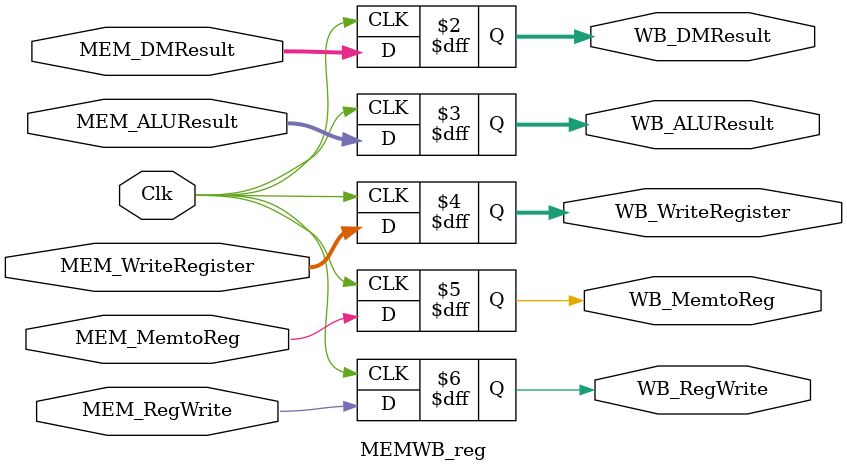
<source format=v>
`timescale 1ns / 1ps

module MEMWB_reg(
	/* inputs */ Clk, MEM_DMResult, MEM_ALUResult, MEM_WriteRegister,
				 MEM_MemtoReg, MEM_RegWrite,
	/* outputs */ WB_DMResult, WB_ALUResult, WB_WriteRegister,   
				 WB_MemtoReg, WB_RegWrite
			   );

input Clk;
input wire [31:0] MEM_DMResult, MEM_ALUResult;
input wire [4:0]  MEM_WriteRegister; 
input MEM_MemtoReg, MEM_RegWrite; 

output reg [31:0] WB_DMResult, WB_ALUResult;
output reg [4:0]  WB_WriteRegister;
output reg WB_MemtoReg, WB_RegWrite;

always @(posedge Clk) begin
	WB_DMResult <= MEM_DMResult;
	WB_ALUResult <= MEM_ALUResult;
	WB_WriteRegister <= MEM_WriteRegister;

	WB_MemtoReg <= MEM_MemtoReg;
	WB_RegWrite <= MEM_RegWrite;
end
endmodule
</source>
